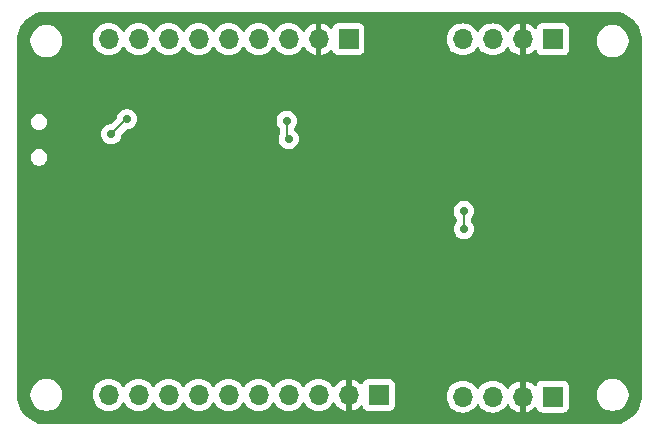
<source format=gbr>
%TF.GenerationSoftware,KiCad,Pcbnew,8.0.5*%
%TF.CreationDate,2024-10-20T15:16:03+03:00*%
%TF.ProjectId,FirstTrace,46697273-7454-4726-9163-652e6b696361,rev?*%
%TF.SameCoordinates,Original*%
%TF.FileFunction,Copper,L2,Bot*%
%TF.FilePolarity,Positive*%
%FSLAX46Y46*%
G04 Gerber Fmt 4.6, Leading zero omitted, Abs format (unit mm)*
G04 Created by KiCad (PCBNEW 8.0.5) date 2024-10-20 15:16:03*
%MOMM*%
%LPD*%
G01*
G04 APERTURE LIST*
%TA.AperFunction,ComponentPad*%
%ADD10R,1.700000X1.700000*%
%TD*%
%TA.AperFunction,ComponentPad*%
%ADD11O,1.700000X1.700000*%
%TD*%
%TA.AperFunction,ViaPad*%
%ADD12C,0.700000*%
%TD*%
%TA.AperFunction,Conductor*%
%ADD13C,0.200000*%
%TD*%
G04 APERTURE END LIST*
D10*
%TO.P,J3,1,Pin_1*%
%TO.N,+3.3V*%
X162060000Y-84720000D03*
D11*
%TO.P,J3,2,Pin_2*%
%TO.N,GND*%
X159520000Y-84720000D03*
%TO.P,J3,3,Pin_3*%
%TO.N,PB3*%
X156980000Y-84720000D03*
%TO.P,J3,4,Pin_4*%
%TO.N,PB4*%
X154440000Y-84720000D03*
%TO.P,J3,5,Pin_5*%
%TO.N,PB5*%
X151900000Y-84720000D03*
%TO.P,J3,6,Pin_6*%
%TO.N,PB6*%
X149360000Y-84720000D03*
%TO.P,J3,7,Pin_7*%
%TO.N,PB7*%
X146820000Y-84720000D03*
%TO.P,J3,8,Pin_8*%
%TO.N,PB8*%
X144280000Y-84720000D03*
%TO.P,J3,9,Pin_9*%
%TO.N,PB9*%
X141740000Y-84720000D03*
%TD*%
D10*
%TO.P,J4,1,Pin_1*%
%TO.N,+3.3V*%
X179350000Y-114980000D03*
D11*
%TO.P,J4,2,Pin_2*%
%TO.N,GND*%
X176810000Y-114980000D03*
%TO.P,J4,3,Pin_3*%
%TO.N,PB11*%
X174270000Y-114980000D03*
%TO.P,J4,4,Pin_4*%
%TO.N,PB10*%
X171730000Y-114980000D03*
%TD*%
D10*
%TO.P,J2,1,Pin_1*%
%TO.N,+3.3V*%
X179350000Y-84730000D03*
D11*
%TO.P,J2,2,Pin_2*%
%TO.N,GND*%
X176810000Y-84730000D03*
%TO.P,J2,3,Pin_3*%
%TO.N,SWDIO*%
X174270000Y-84730000D03*
%TO.P,J2,4,Pin_4*%
%TO.N,SWCLK*%
X171730000Y-84730000D03*
%TD*%
D10*
%TO.P,J5,1,Pin_1*%
%TO.N,+3.3V*%
X164610000Y-114830000D03*
D11*
%TO.P,J5,2,Pin_2*%
%TO.N,GND*%
X162070000Y-114830000D03*
%TO.P,J5,3,Pin_3*%
%TO.N,PB2*%
X159530000Y-114830000D03*
%TO.P,J5,4,Pin_4*%
%TO.N,PB1*%
X156990000Y-114830000D03*
%TO.P,J5,5,Pin_5*%
%TO.N,PB0*%
X154450000Y-114830000D03*
%TO.P,J5,6,Pin_6*%
%TO.N,PA7*%
X151910000Y-114830000D03*
%TO.P,J5,7,Pin_7*%
%TO.N,PA6*%
X149370000Y-114830000D03*
%TO.P,J5,8,Pin_8*%
%TO.N,PA5*%
X146830000Y-114830000D03*
%TO.P,J5,9,Pin_9*%
%TO.N,PA4*%
X144290000Y-114830000D03*
%TO.P,J5,10,Pin_10*%
%TO.N,PA3*%
X141750000Y-114830000D03*
%TD*%
D12*
%TO.N,GND*%
X179440000Y-106400000D03*
X179360000Y-102770000D03*
X180020000Y-97680000D03*
X153580000Y-102810000D03*
X179340000Y-102040000D03*
X163340000Y-109020000D03*
X152310000Y-96540000D03*
X164930000Y-97320000D03*
X177440380Y-99209620D03*
X154110000Y-101780000D03*
X155430000Y-97800000D03*
X164590000Y-102240000D03*
X150630000Y-102050000D03*
X139250000Y-90970000D03*
X178660000Y-106410000D03*
X182880000Y-106110000D03*
X155430000Y-106310000D03*
X159670000Y-100300000D03*
X160370000Y-96880000D03*
X155860000Y-102560000D03*
X154070000Y-96820000D03*
%TO.N,/BOOT0*%
X141980000Y-92770000D03*
X156820000Y-91640000D03*
X156990000Y-93170000D03*
X143280000Y-91490000D03*
%TO.N,+5V*%
X171810000Y-99270000D03*
X171820000Y-100820000D03*
%TD*%
D13*
%TO.N,/BOOT0*%
X143260000Y-91490000D02*
X141980000Y-92770000D01*
X156820000Y-91640000D02*
X156820000Y-93000000D01*
X156820000Y-93000000D02*
X156990000Y-93170000D01*
X143280000Y-91490000D02*
X143260000Y-91490000D01*
%TO.N,+5V*%
X171820000Y-99280000D02*
X171810000Y-99270000D01*
X171820000Y-100820000D02*
X171820000Y-99280000D01*
%TD*%
%TA.AperFunction,Conductor*%
%TO.N,GND*%
G36*
X184423736Y-82380726D02*
G01*
X184713796Y-82398271D01*
X184728659Y-82400076D01*
X185010798Y-82451780D01*
X185025335Y-82455363D01*
X185299172Y-82540695D01*
X185313163Y-82546000D01*
X185574743Y-82663727D01*
X185587989Y-82670680D01*
X185833465Y-82819075D01*
X185845776Y-82827573D01*
X186071573Y-83004473D01*
X186082781Y-83014403D01*
X186285596Y-83217218D01*
X186295526Y-83228426D01*
X186466428Y-83446567D01*
X186472422Y-83454217D01*
X186480926Y-83466537D01*
X186616924Y-83691505D01*
X186629316Y-83712004D01*
X186636275Y-83725263D01*
X186753997Y-83986831D01*
X186759306Y-84000832D01*
X186844635Y-84274663D01*
X186848219Y-84289201D01*
X186899923Y-84571340D01*
X186901728Y-84586205D01*
X186919274Y-84876263D01*
X186919500Y-84883750D01*
X186919500Y-114836249D01*
X186919274Y-114843736D01*
X186901728Y-115133794D01*
X186899923Y-115148659D01*
X186848219Y-115430798D01*
X186844635Y-115445336D01*
X186759306Y-115719167D01*
X186753997Y-115733168D01*
X186636275Y-115994736D01*
X186629316Y-116007995D01*
X186480928Y-116253459D01*
X186472422Y-116265782D01*
X186295526Y-116491573D01*
X186285596Y-116502781D01*
X186082781Y-116705596D01*
X186071573Y-116715526D01*
X185845782Y-116892422D01*
X185833459Y-116900928D01*
X185587995Y-117049316D01*
X185574736Y-117056275D01*
X185313168Y-117173997D01*
X185299167Y-117179306D01*
X185025336Y-117264635D01*
X185010798Y-117268219D01*
X184728659Y-117319923D01*
X184713794Y-117321728D01*
X184423736Y-117339274D01*
X184416249Y-117339500D01*
X136483751Y-117339500D01*
X136476264Y-117339274D01*
X136186205Y-117321728D01*
X136171340Y-117319923D01*
X135889201Y-117268219D01*
X135874663Y-117264635D01*
X135600832Y-117179306D01*
X135586831Y-117173997D01*
X135325263Y-117056275D01*
X135312004Y-117049316D01*
X135066540Y-116900928D01*
X135054217Y-116892422D01*
X134828426Y-116715526D01*
X134817218Y-116705596D01*
X134614403Y-116502781D01*
X134604473Y-116491573D01*
X134427573Y-116265776D01*
X134419075Y-116253465D01*
X134270680Y-116007989D01*
X134263727Y-115994743D01*
X134146000Y-115733163D01*
X134140693Y-115719167D01*
X134135157Y-115701402D01*
X134055363Y-115445335D01*
X134051780Y-115430798D01*
X134025429Y-115287007D01*
X134000075Y-115148657D01*
X133998271Y-115133794D01*
X133994134Y-115065408D01*
X133980726Y-114843736D01*
X133980500Y-114836249D01*
X133980500Y-114733713D01*
X135129500Y-114733713D01*
X135129500Y-114946287D01*
X135134840Y-114980000D01*
X135161552Y-115148659D01*
X135162754Y-115156243D01*
X135219211Y-115330000D01*
X135228444Y-115358414D01*
X135324951Y-115547820D01*
X135449890Y-115719786D01*
X135600213Y-115870109D01*
X135772179Y-115995048D01*
X135772181Y-115995049D01*
X135772184Y-115995051D01*
X135961588Y-116091557D01*
X136163757Y-116157246D01*
X136373713Y-116190500D01*
X136373714Y-116190500D01*
X136586286Y-116190500D01*
X136586287Y-116190500D01*
X136796243Y-116157246D01*
X136998412Y-116091557D01*
X137187816Y-115995051D01*
X137267052Y-115937483D01*
X137359786Y-115870109D01*
X137359788Y-115870106D01*
X137359792Y-115870104D01*
X137510104Y-115719792D01*
X137510106Y-115719788D01*
X137510109Y-115719786D01*
X137635048Y-115547820D01*
X137635047Y-115547820D01*
X137635051Y-115547816D01*
X137731557Y-115358412D01*
X137797246Y-115156243D01*
X137830500Y-114946287D01*
X137830500Y-114829999D01*
X140394341Y-114829999D01*
X140394341Y-114830000D01*
X140414936Y-115065403D01*
X140414938Y-115065413D01*
X140476094Y-115293655D01*
X140476096Y-115293659D01*
X140476097Y-115293663D01*
X140556004Y-115465023D01*
X140575965Y-115507830D01*
X140575967Y-115507834D01*
X140603966Y-115547820D01*
X140711505Y-115701401D01*
X140878599Y-115868495D01*
X140975384Y-115936265D01*
X141072165Y-116004032D01*
X141072167Y-116004033D01*
X141072170Y-116004035D01*
X141286337Y-116103903D01*
X141514592Y-116165063D01*
X141691034Y-116180500D01*
X141749999Y-116185659D01*
X141750000Y-116185659D01*
X141750001Y-116185659D01*
X141808966Y-116180500D01*
X141985408Y-116165063D01*
X142213663Y-116103903D01*
X142427830Y-116004035D01*
X142621401Y-115868495D01*
X142788495Y-115701401D01*
X142918425Y-115515842D01*
X142973002Y-115472217D01*
X143042500Y-115465023D01*
X143104855Y-115496546D01*
X143121575Y-115515842D01*
X143251500Y-115701395D01*
X143251505Y-115701401D01*
X143418599Y-115868495D01*
X143515384Y-115936265D01*
X143612165Y-116004032D01*
X143612167Y-116004033D01*
X143612170Y-116004035D01*
X143826337Y-116103903D01*
X144054592Y-116165063D01*
X144231034Y-116180500D01*
X144289999Y-116185659D01*
X144290000Y-116185659D01*
X144290001Y-116185659D01*
X144348966Y-116180500D01*
X144525408Y-116165063D01*
X144753663Y-116103903D01*
X144967830Y-116004035D01*
X145161401Y-115868495D01*
X145328495Y-115701401D01*
X145458425Y-115515842D01*
X145513002Y-115472217D01*
X145582500Y-115465023D01*
X145644855Y-115496546D01*
X145661575Y-115515842D01*
X145791500Y-115701395D01*
X145791505Y-115701401D01*
X145958599Y-115868495D01*
X146055384Y-115936265D01*
X146152165Y-116004032D01*
X146152167Y-116004033D01*
X146152170Y-116004035D01*
X146366337Y-116103903D01*
X146594592Y-116165063D01*
X146771034Y-116180500D01*
X146829999Y-116185659D01*
X146830000Y-116185659D01*
X146830001Y-116185659D01*
X146888966Y-116180500D01*
X147065408Y-116165063D01*
X147293663Y-116103903D01*
X147507830Y-116004035D01*
X147701401Y-115868495D01*
X147868495Y-115701401D01*
X147998425Y-115515842D01*
X148053002Y-115472217D01*
X148122500Y-115465023D01*
X148184855Y-115496546D01*
X148201575Y-115515842D01*
X148331500Y-115701395D01*
X148331505Y-115701401D01*
X148498599Y-115868495D01*
X148595384Y-115936265D01*
X148692165Y-116004032D01*
X148692167Y-116004033D01*
X148692170Y-116004035D01*
X148906337Y-116103903D01*
X149134592Y-116165063D01*
X149311034Y-116180500D01*
X149369999Y-116185659D01*
X149370000Y-116185659D01*
X149370001Y-116185659D01*
X149428966Y-116180500D01*
X149605408Y-116165063D01*
X149833663Y-116103903D01*
X150047830Y-116004035D01*
X150241401Y-115868495D01*
X150408495Y-115701401D01*
X150538425Y-115515842D01*
X150593002Y-115472217D01*
X150662500Y-115465023D01*
X150724855Y-115496546D01*
X150741575Y-115515842D01*
X150871500Y-115701395D01*
X150871505Y-115701401D01*
X151038599Y-115868495D01*
X151135384Y-115936265D01*
X151232165Y-116004032D01*
X151232167Y-116004033D01*
X151232170Y-116004035D01*
X151446337Y-116103903D01*
X151674592Y-116165063D01*
X151851034Y-116180500D01*
X151909999Y-116185659D01*
X151910000Y-116185659D01*
X151910001Y-116185659D01*
X151968966Y-116180500D01*
X152145408Y-116165063D01*
X152373663Y-116103903D01*
X152587830Y-116004035D01*
X152781401Y-115868495D01*
X152948495Y-115701401D01*
X153078425Y-115515842D01*
X153133002Y-115472217D01*
X153202500Y-115465023D01*
X153264855Y-115496546D01*
X153281575Y-115515842D01*
X153411500Y-115701395D01*
X153411505Y-115701401D01*
X153578599Y-115868495D01*
X153675384Y-115936265D01*
X153772165Y-116004032D01*
X153772167Y-116004033D01*
X153772170Y-116004035D01*
X153986337Y-116103903D01*
X154214592Y-116165063D01*
X154391034Y-116180500D01*
X154449999Y-116185659D01*
X154450000Y-116185659D01*
X154450001Y-116185659D01*
X154508966Y-116180500D01*
X154685408Y-116165063D01*
X154913663Y-116103903D01*
X155127830Y-116004035D01*
X155321401Y-115868495D01*
X155488495Y-115701401D01*
X155618425Y-115515842D01*
X155673002Y-115472217D01*
X155742500Y-115465023D01*
X155804855Y-115496546D01*
X155821575Y-115515842D01*
X155951500Y-115701395D01*
X155951505Y-115701401D01*
X156118599Y-115868495D01*
X156215384Y-115936265D01*
X156312165Y-116004032D01*
X156312167Y-116004033D01*
X156312170Y-116004035D01*
X156526337Y-116103903D01*
X156754592Y-116165063D01*
X156931034Y-116180500D01*
X156989999Y-116185659D01*
X156990000Y-116185659D01*
X156990001Y-116185659D01*
X157048966Y-116180500D01*
X157225408Y-116165063D01*
X157453663Y-116103903D01*
X157667830Y-116004035D01*
X157861401Y-115868495D01*
X158028495Y-115701401D01*
X158158425Y-115515842D01*
X158213002Y-115472217D01*
X158282500Y-115465023D01*
X158344855Y-115496546D01*
X158361575Y-115515842D01*
X158491500Y-115701395D01*
X158491505Y-115701401D01*
X158658599Y-115868495D01*
X158755384Y-115936265D01*
X158852165Y-116004032D01*
X158852167Y-116004033D01*
X158852170Y-116004035D01*
X159066337Y-116103903D01*
X159294592Y-116165063D01*
X159471034Y-116180500D01*
X159529999Y-116185659D01*
X159530000Y-116185659D01*
X159530001Y-116185659D01*
X159588966Y-116180500D01*
X159765408Y-116165063D01*
X159993663Y-116103903D01*
X160207830Y-116004035D01*
X160401401Y-115868495D01*
X160568495Y-115701401D01*
X160698730Y-115515405D01*
X160753307Y-115471781D01*
X160822805Y-115464587D01*
X160885160Y-115496110D01*
X160901879Y-115515405D01*
X161031890Y-115701078D01*
X161198917Y-115868105D01*
X161392421Y-116003600D01*
X161606507Y-116103429D01*
X161606516Y-116103433D01*
X161820000Y-116160634D01*
X161820000Y-115263012D01*
X161877007Y-115295925D01*
X162004174Y-115330000D01*
X162135826Y-115330000D01*
X162262993Y-115295925D01*
X162320000Y-115263012D01*
X162320000Y-116160633D01*
X162533483Y-116103433D01*
X162533492Y-116103429D01*
X162747578Y-116003600D01*
X162941078Y-115868108D01*
X163063133Y-115746053D01*
X163124456Y-115712568D01*
X163194148Y-115717552D01*
X163250082Y-115759423D01*
X163266997Y-115790401D01*
X163316202Y-115922328D01*
X163316206Y-115922335D01*
X163402452Y-116037544D01*
X163402455Y-116037547D01*
X163517664Y-116123793D01*
X163517671Y-116123797D01*
X163652517Y-116174091D01*
X163652516Y-116174091D01*
X163659444Y-116174835D01*
X163712127Y-116180500D01*
X165507872Y-116180499D01*
X165567483Y-116174091D01*
X165702331Y-116123796D01*
X165817546Y-116037546D01*
X165903796Y-115922331D01*
X165954091Y-115787483D01*
X165960500Y-115727873D01*
X165960500Y-114979999D01*
X170374341Y-114979999D01*
X170374341Y-114980000D01*
X170394936Y-115215403D01*
X170394938Y-115215413D01*
X170456094Y-115443655D01*
X170456096Y-115443659D01*
X170456097Y-115443663D01*
X170536004Y-115615023D01*
X170555965Y-115657830D01*
X170555967Y-115657834D01*
X170608717Y-115733168D01*
X170691505Y-115851401D01*
X170858599Y-116018495D01*
X170955384Y-116086265D01*
X171052165Y-116154032D01*
X171052167Y-116154033D01*
X171052170Y-116154035D01*
X171266337Y-116253903D01*
X171266343Y-116253904D01*
X171266344Y-116253905D01*
X171321285Y-116268626D01*
X171494592Y-116315063D01*
X171671034Y-116330500D01*
X171729999Y-116335659D01*
X171730000Y-116335659D01*
X171730001Y-116335659D01*
X171788966Y-116330500D01*
X171965408Y-116315063D01*
X172193663Y-116253903D01*
X172407830Y-116154035D01*
X172601401Y-116018495D01*
X172768495Y-115851401D01*
X172898425Y-115665842D01*
X172953002Y-115622217D01*
X173022500Y-115615023D01*
X173084855Y-115646546D01*
X173101575Y-115665842D01*
X173231500Y-115851395D01*
X173231505Y-115851401D01*
X173398599Y-116018495D01*
X173495384Y-116086265D01*
X173592165Y-116154032D01*
X173592167Y-116154033D01*
X173592170Y-116154035D01*
X173806337Y-116253903D01*
X173806343Y-116253904D01*
X173806344Y-116253905D01*
X173861285Y-116268626D01*
X174034592Y-116315063D01*
X174211034Y-116330500D01*
X174269999Y-116335659D01*
X174270000Y-116335659D01*
X174270001Y-116335659D01*
X174328966Y-116330500D01*
X174505408Y-116315063D01*
X174733663Y-116253903D01*
X174947830Y-116154035D01*
X175141401Y-116018495D01*
X175308495Y-115851401D01*
X175438730Y-115665405D01*
X175493307Y-115621781D01*
X175562805Y-115614587D01*
X175625160Y-115646110D01*
X175641879Y-115665405D01*
X175771890Y-115851078D01*
X175938917Y-116018105D01*
X176132421Y-116153600D01*
X176346507Y-116253429D01*
X176346516Y-116253433D01*
X176560000Y-116310634D01*
X176560000Y-115413012D01*
X176617007Y-115445925D01*
X176744174Y-115480000D01*
X176875826Y-115480000D01*
X177002993Y-115445925D01*
X177060000Y-115413012D01*
X177060000Y-116310633D01*
X177273483Y-116253433D01*
X177273492Y-116253429D01*
X177487578Y-116153600D01*
X177681078Y-116018108D01*
X177803133Y-115896053D01*
X177864456Y-115862568D01*
X177934148Y-115867552D01*
X177990082Y-115909423D01*
X178006997Y-115940401D01*
X178056202Y-116072328D01*
X178056206Y-116072335D01*
X178142452Y-116187544D01*
X178142455Y-116187547D01*
X178257664Y-116273793D01*
X178257671Y-116273797D01*
X178392517Y-116324091D01*
X178392516Y-116324091D01*
X178399444Y-116324835D01*
X178452127Y-116330500D01*
X180247872Y-116330499D01*
X180307483Y-116324091D01*
X180442331Y-116273796D01*
X180557546Y-116187546D01*
X180643796Y-116072331D01*
X180694091Y-115937483D01*
X180700500Y-115877873D01*
X180700499Y-114733713D01*
X183069500Y-114733713D01*
X183069500Y-114946287D01*
X183074840Y-114980000D01*
X183101552Y-115148659D01*
X183102754Y-115156243D01*
X183159211Y-115330000D01*
X183168444Y-115358414D01*
X183264951Y-115547820D01*
X183389890Y-115719786D01*
X183540213Y-115870109D01*
X183712179Y-115995048D01*
X183712181Y-115995049D01*
X183712184Y-115995051D01*
X183901588Y-116091557D01*
X184103757Y-116157246D01*
X184313713Y-116190500D01*
X184313714Y-116190500D01*
X184526286Y-116190500D01*
X184526287Y-116190500D01*
X184736243Y-116157246D01*
X184938412Y-116091557D01*
X185127816Y-115995051D01*
X185207052Y-115937483D01*
X185299786Y-115870109D01*
X185299788Y-115870106D01*
X185299792Y-115870104D01*
X185450104Y-115719792D01*
X185450106Y-115719788D01*
X185450109Y-115719786D01*
X185575048Y-115547820D01*
X185575047Y-115547820D01*
X185575051Y-115547816D01*
X185671557Y-115358412D01*
X185737246Y-115156243D01*
X185770500Y-114946287D01*
X185770500Y-114733713D01*
X185737246Y-114523757D01*
X185671557Y-114321588D01*
X185575051Y-114132184D01*
X185575049Y-114132181D01*
X185575048Y-114132179D01*
X185450109Y-113960213D01*
X185299786Y-113809890D01*
X185127820Y-113684951D01*
X184938414Y-113588444D01*
X184938413Y-113588443D01*
X184938412Y-113588443D01*
X184736243Y-113522754D01*
X184736241Y-113522753D01*
X184736240Y-113522753D01*
X184560621Y-113494938D01*
X184526287Y-113489500D01*
X184313713Y-113489500D01*
X184279379Y-113494938D01*
X184103760Y-113522753D01*
X183901585Y-113588444D01*
X183712179Y-113684951D01*
X183540213Y-113809890D01*
X183389890Y-113960213D01*
X183264951Y-114132179D01*
X183168444Y-114321585D01*
X183102753Y-114523760D01*
X183091534Y-114594596D01*
X183069500Y-114733713D01*
X180700499Y-114733713D01*
X180700499Y-114082128D01*
X180694091Y-114022517D01*
X180693002Y-114019598D01*
X180643797Y-113887671D01*
X180643793Y-113887664D01*
X180557547Y-113772455D01*
X180557544Y-113772452D01*
X180442335Y-113686206D01*
X180442328Y-113686202D01*
X180307482Y-113635908D01*
X180307483Y-113635908D01*
X180247883Y-113629501D01*
X180247881Y-113629500D01*
X180247873Y-113629500D01*
X180247864Y-113629500D01*
X178452129Y-113629500D01*
X178452123Y-113629501D01*
X178392516Y-113635908D01*
X178257671Y-113686202D01*
X178257664Y-113686206D01*
X178142455Y-113772452D01*
X178142452Y-113772455D01*
X178056206Y-113887664D01*
X178056202Y-113887671D01*
X178006997Y-114019598D01*
X177965126Y-114075532D01*
X177899661Y-114099949D01*
X177831388Y-114085097D01*
X177803134Y-114063946D01*
X177681082Y-113941894D01*
X177487578Y-113806399D01*
X177273492Y-113706570D01*
X177273486Y-113706567D01*
X177060000Y-113649364D01*
X177060000Y-114546988D01*
X177002993Y-114514075D01*
X176875826Y-114480000D01*
X176744174Y-114480000D01*
X176617007Y-114514075D01*
X176560000Y-114546988D01*
X176560000Y-113649364D01*
X176559999Y-113649364D01*
X176346513Y-113706567D01*
X176346507Y-113706570D01*
X176132422Y-113806399D01*
X176132420Y-113806400D01*
X175938926Y-113941886D01*
X175938920Y-113941891D01*
X175771891Y-114108920D01*
X175771890Y-114108922D01*
X175641880Y-114294595D01*
X175587303Y-114338219D01*
X175517804Y-114345412D01*
X175455450Y-114313890D01*
X175438730Y-114294594D01*
X175308494Y-114108597D01*
X175141402Y-113941506D01*
X175141395Y-113941501D01*
X174947834Y-113805967D01*
X174947830Y-113805965D01*
X174917648Y-113791891D01*
X174733663Y-113706097D01*
X174733659Y-113706096D01*
X174733655Y-113706094D01*
X174505413Y-113644938D01*
X174505403Y-113644936D01*
X174270001Y-113624341D01*
X174269999Y-113624341D01*
X174034596Y-113644936D01*
X174034586Y-113644938D01*
X173806344Y-113706094D01*
X173806335Y-113706098D01*
X173592171Y-113805964D01*
X173592169Y-113805965D01*
X173398597Y-113941505D01*
X173231505Y-114108597D01*
X173101575Y-114294158D01*
X173046998Y-114337783D01*
X172977500Y-114344977D01*
X172915145Y-114313454D01*
X172898425Y-114294158D01*
X172768494Y-114108597D01*
X172601402Y-113941506D01*
X172601395Y-113941501D01*
X172407834Y-113805967D01*
X172407830Y-113805965D01*
X172377648Y-113791891D01*
X172193663Y-113706097D01*
X172193659Y-113706096D01*
X172193655Y-113706094D01*
X171965413Y-113644938D01*
X171965403Y-113644936D01*
X171730001Y-113624341D01*
X171729999Y-113624341D01*
X171494596Y-113644936D01*
X171494586Y-113644938D01*
X171266344Y-113706094D01*
X171266335Y-113706098D01*
X171052171Y-113805964D01*
X171052169Y-113805965D01*
X170858597Y-113941505D01*
X170691505Y-114108597D01*
X170555965Y-114302169D01*
X170555964Y-114302171D01*
X170456098Y-114516335D01*
X170456094Y-114516344D01*
X170394938Y-114744586D01*
X170394936Y-114744596D01*
X170374341Y-114979999D01*
X165960500Y-114979999D01*
X165960499Y-113932128D01*
X165954091Y-113872517D01*
X165953002Y-113869598D01*
X165903797Y-113737671D01*
X165903793Y-113737664D01*
X165817547Y-113622455D01*
X165817544Y-113622452D01*
X165702335Y-113536206D01*
X165702328Y-113536202D01*
X165567482Y-113485908D01*
X165567483Y-113485908D01*
X165507883Y-113479501D01*
X165507881Y-113479500D01*
X165507873Y-113479500D01*
X165507864Y-113479500D01*
X163712129Y-113479500D01*
X163712123Y-113479501D01*
X163652516Y-113485908D01*
X163517671Y-113536202D01*
X163517664Y-113536206D01*
X163402455Y-113622452D01*
X163402452Y-113622455D01*
X163316206Y-113737664D01*
X163316202Y-113737671D01*
X163266997Y-113869598D01*
X163225126Y-113925532D01*
X163159661Y-113949949D01*
X163091388Y-113935097D01*
X163063134Y-113913946D01*
X162941082Y-113791894D01*
X162747578Y-113656399D01*
X162533492Y-113556570D01*
X162533486Y-113556567D01*
X162320000Y-113499364D01*
X162320000Y-114396988D01*
X162262993Y-114364075D01*
X162135826Y-114330000D01*
X162004174Y-114330000D01*
X161877007Y-114364075D01*
X161820000Y-114396988D01*
X161820000Y-113499364D01*
X161819999Y-113499364D01*
X161606513Y-113556567D01*
X161606507Y-113556570D01*
X161392422Y-113656399D01*
X161392420Y-113656400D01*
X161198926Y-113791886D01*
X161198920Y-113791891D01*
X161031891Y-113958920D01*
X161031890Y-113958922D01*
X160901880Y-114144595D01*
X160847303Y-114188219D01*
X160777804Y-114195412D01*
X160715450Y-114163890D01*
X160698730Y-114144594D01*
X160568494Y-113958597D01*
X160401402Y-113791506D01*
X160401395Y-113791501D01*
X160374190Y-113772452D01*
X160324518Y-113737671D01*
X160207834Y-113655967D01*
X160207830Y-113655965D01*
X160193674Y-113649364D01*
X159993663Y-113556097D01*
X159993659Y-113556096D01*
X159993655Y-113556094D01*
X159765413Y-113494938D01*
X159765403Y-113494936D01*
X159530001Y-113474341D01*
X159529999Y-113474341D01*
X159294596Y-113494936D01*
X159294586Y-113494938D01*
X159066344Y-113556094D01*
X159066335Y-113556098D01*
X158852171Y-113655964D01*
X158852169Y-113655965D01*
X158658597Y-113791505D01*
X158491505Y-113958597D01*
X158361575Y-114144158D01*
X158306998Y-114187783D01*
X158237500Y-114194977D01*
X158175145Y-114163454D01*
X158158425Y-114144158D01*
X158028494Y-113958597D01*
X157861402Y-113791506D01*
X157861395Y-113791501D01*
X157834190Y-113772452D01*
X157784518Y-113737671D01*
X157667834Y-113655967D01*
X157667830Y-113655965D01*
X157653674Y-113649364D01*
X157453663Y-113556097D01*
X157453659Y-113556096D01*
X157453655Y-113556094D01*
X157225413Y-113494938D01*
X157225403Y-113494936D01*
X156990001Y-113474341D01*
X156989999Y-113474341D01*
X156754596Y-113494936D01*
X156754586Y-113494938D01*
X156526344Y-113556094D01*
X156526335Y-113556098D01*
X156312171Y-113655964D01*
X156312169Y-113655965D01*
X156118597Y-113791505D01*
X155951505Y-113958597D01*
X155821575Y-114144158D01*
X155766998Y-114187783D01*
X155697500Y-114194977D01*
X155635145Y-114163454D01*
X155618425Y-114144158D01*
X155488494Y-113958597D01*
X155321402Y-113791506D01*
X155321395Y-113791501D01*
X155294190Y-113772452D01*
X155244518Y-113737671D01*
X155127834Y-113655967D01*
X155127830Y-113655965D01*
X155113674Y-113649364D01*
X154913663Y-113556097D01*
X154913659Y-113556096D01*
X154913655Y-113556094D01*
X154685413Y-113494938D01*
X154685403Y-113494936D01*
X154450001Y-113474341D01*
X154449999Y-113474341D01*
X154214596Y-113494936D01*
X154214586Y-113494938D01*
X153986344Y-113556094D01*
X153986335Y-113556098D01*
X153772171Y-113655964D01*
X153772169Y-113655965D01*
X153578597Y-113791505D01*
X153411505Y-113958597D01*
X153281575Y-114144158D01*
X153226998Y-114187783D01*
X153157500Y-114194977D01*
X153095145Y-114163454D01*
X153078425Y-114144158D01*
X152948494Y-113958597D01*
X152781402Y-113791506D01*
X152781395Y-113791501D01*
X152754190Y-113772452D01*
X152704518Y-113737671D01*
X152587834Y-113655967D01*
X152587830Y-113655965D01*
X152573674Y-113649364D01*
X152373663Y-113556097D01*
X152373659Y-113556096D01*
X152373655Y-113556094D01*
X152145413Y-113494938D01*
X152145403Y-113494936D01*
X151910001Y-113474341D01*
X151909999Y-113474341D01*
X151674596Y-113494936D01*
X151674586Y-113494938D01*
X151446344Y-113556094D01*
X151446335Y-113556098D01*
X151232171Y-113655964D01*
X151232169Y-113655965D01*
X151038597Y-113791505D01*
X150871505Y-113958597D01*
X150741575Y-114144158D01*
X150686998Y-114187783D01*
X150617500Y-114194977D01*
X150555145Y-114163454D01*
X150538425Y-114144158D01*
X150408494Y-113958597D01*
X150241402Y-113791506D01*
X150241395Y-113791501D01*
X150214190Y-113772452D01*
X150164518Y-113737671D01*
X150047834Y-113655967D01*
X150047830Y-113655965D01*
X150033674Y-113649364D01*
X149833663Y-113556097D01*
X149833659Y-113556096D01*
X149833655Y-113556094D01*
X149605413Y-113494938D01*
X149605403Y-113494936D01*
X149370001Y-113474341D01*
X149369999Y-113474341D01*
X149134596Y-113494936D01*
X149134586Y-113494938D01*
X148906344Y-113556094D01*
X148906335Y-113556098D01*
X148692171Y-113655964D01*
X148692169Y-113655965D01*
X148498597Y-113791505D01*
X148331505Y-113958597D01*
X148201575Y-114144158D01*
X148146998Y-114187783D01*
X148077500Y-114194977D01*
X148015145Y-114163454D01*
X147998425Y-114144158D01*
X147868494Y-113958597D01*
X147701402Y-113791506D01*
X147701395Y-113791501D01*
X147674190Y-113772452D01*
X147624518Y-113737671D01*
X147507834Y-113655967D01*
X147507830Y-113655965D01*
X147493674Y-113649364D01*
X147293663Y-113556097D01*
X147293659Y-113556096D01*
X147293655Y-113556094D01*
X147065413Y-113494938D01*
X147065403Y-113494936D01*
X146830001Y-113474341D01*
X146829999Y-113474341D01*
X146594596Y-113494936D01*
X146594586Y-113494938D01*
X146366344Y-113556094D01*
X146366335Y-113556098D01*
X146152171Y-113655964D01*
X146152169Y-113655965D01*
X145958597Y-113791505D01*
X145791505Y-113958597D01*
X145661575Y-114144158D01*
X145606998Y-114187783D01*
X145537500Y-114194977D01*
X145475145Y-114163454D01*
X145458425Y-114144158D01*
X145328494Y-113958597D01*
X145161402Y-113791506D01*
X145161395Y-113791501D01*
X145134190Y-113772452D01*
X145084518Y-113737671D01*
X144967834Y-113655967D01*
X144967830Y-113655965D01*
X144953674Y-113649364D01*
X144753663Y-113556097D01*
X144753659Y-113556096D01*
X144753655Y-113556094D01*
X144525413Y-113494938D01*
X144525403Y-113494936D01*
X144290001Y-113474341D01*
X144289999Y-113474341D01*
X144054596Y-113494936D01*
X144054586Y-113494938D01*
X143826344Y-113556094D01*
X143826335Y-113556098D01*
X143612171Y-113655964D01*
X143612169Y-113655965D01*
X143418597Y-113791505D01*
X143251505Y-113958597D01*
X143121575Y-114144158D01*
X143066998Y-114187783D01*
X142997500Y-114194977D01*
X142935145Y-114163454D01*
X142918425Y-114144158D01*
X142788494Y-113958597D01*
X142621402Y-113791506D01*
X142621395Y-113791501D01*
X142594190Y-113772452D01*
X142544518Y-113737671D01*
X142427834Y-113655967D01*
X142427830Y-113655965D01*
X142413674Y-113649364D01*
X142213663Y-113556097D01*
X142213659Y-113556096D01*
X142213655Y-113556094D01*
X141985413Y-113494938D01*
X141985403Y-113494936D01*
X141750001Y-113474341D01*
X141749999Y-113474341D01*
X141514596Y-113494936D01*
X141514586Y-113494938D01*
X141286344Y-113556094D01*
X141286335Y-113556098D01*
X141072171Y-113655964D01*
X141072169Y-113655965D01*
X140878597Y-113791505D01*
X140711505Y-113958597D01*
X140575965Y-114152169D01*
X140575964Y-114152171D01*
X140476098Y-114366335D01*
X140476094Y-114366344D01*
X140414938Y-114594586D01*
X140414936Y-114594596D01*
X140394341Y-114829999D01*
X137830500Y-114829999D01*
X137830500Y-114733713D01*
X137797246Y-114523757D01*
X137731557Y-114321588D01*
X137635051Y-114132184D01*
X137635049Y-114132181D01*
X137635048Y-114132179D01*
X137510109Y-113960213D01*
X137359786Y-113809890D01*
X137187820Y-113684951D01*
X136998414Y-113588444D01*
X136998413Y-113588443D01*
X136998412Y-113588443D01*
X136796243Y-113522754D01*
X136796241Y-113522753D01*
X136796240Y-113522753D01*
X136620621Y-113494938D01*
X136586287Y-113489500D01*
X136373713Y-113489500D01*
X136339379Y-113494938D01*
X136163760Y-113522753D01*
X135961585Y-113588444D01*
X135772179Y-113684951D01*
X135600213Y-113809890D01*
X135449890Y-113960213D01*
X135324951Y-114132179D01*
X135228444Y-114321585D01*
X135162753Y-114523760D01*
X135151534Y-114594596D01*
X135129500Y-114733713D01*
X133980500Y-114733713D01*
X133980500Y-99270000D01*
X170954815Y-99270000D01*
X170973503Y-99447805D01*
X170973504Y-99447807D01*
X171028747Y-99617829D01*
X171028750Y-99617835D01*
X171118141Y-99772665D01*
X171167650Y-99827650D01*
X171187650Y-99849862D01*
X171217880Y-99912853D01*
X171219500Y-99932834D01*
X171219500Y-100168270D01*
X171199815Y-100235309D01*
X171187650Y-100251242D01*
X171128144Y-100317329D01*
X171128139Y-100317336D01*
X171038750Y-100472164D01*
X171038747Y-100472170D01*
X170983504Y-100642192D01*
X170983503Y-100642194D01*
X170964815Y-100820000D01*
X170983503Y-100997805D01*
X170983504Y-100997807D01*
X171038747Y-101167829D01*
X171038750Y-101167835D01*
X171128141Y-101322665D01*
X171169812Y-101368946D01*
X171247764Y-101455521D01*
X171247767Y-101455523D01*
X171247770Y-101455526D01*
X171392407Y-101560612D01*
X171555733Y-101633329D01*
X171730609Y-101670500D01*
X171730610Y-101670500D01*
X171909389Y-101670500D01*
X171909391Y-101670500D01*
X172084267Y-101633329D01*
X172247593Y-101560612D01*
X172392230Y-101455526D01*
X172511859Y-101322665D01*
X172601250Y-101167835D01*
X172656497Y-100997803D01*
X172675185Y-100820000D01*
X172656497Y-100642197D01*
X172601250Y-100472165D01*
X172511859Y-100317335D01*
X172511855Y-100317329D01*
X172452350Y-100251242D01*
X172422120Y-100188250D01*
X172420500Y-100168270D01*
X172420500Y-99910622D01*
X172440185Y-99843583D01*
X172452350Y-99827650D01*
X172501859Y-99772665D01*
X172591250Y-99617835D01*
X172646497Y-99447803D01*
X172665185Y-99270000D01*
X172646497Y-99092197D01*
X172591250Y-98922165D01*
X172501859Y-98767335D01*
X172455003Y-98715296D01*
X172382235Y-98634478D01*
X172382232Y-98634476D01*
X172382231Y-98634475D01*
X172382230Y-98634474D01*
X172237593Y-98529388D01*
X172074267Y-98456671D01*
X172074265Y-98456670D01*
X171946594Y-98429533D01*
X171899391Y-98419500D01*
X171720609Y-98419500D01*
X171689954Y-98426015D01*
X171545733Y-98456670D01*
X171545728Y-98456672D01*
X171382408Y-98529387D01*
X171237768Y-98634475D01*
X171118140Y-98767336D01*
X171028750Y-98922164D01*
X171028747Y-98922170D01*
X170973504Y-99092192D01*
X170973503Y-99092194D01*
X170954815Y-99270000D01*
X133980500Y-99270000D01*
X133980500Y-94798995D01*
X135154499Y-94798995D01*
X135181418Y-94934322D01*
X135181421Y-94934332D01*
X135234221Y-95061804D01*
X135234228Y-95061817D01*
X135310885Y-95176541D01*
X135310888Y-95176545D01*
X135408454Y-95274111D01*
X135408458Y-95274114D01*
X135523182Y-95350771D01*
X135523195Y-95350778D01*
X135650667Y-95403578D01*
X135650672Y-95403580D01*
X135650676Y-95403580D01*
X135650677Y-95403581D01*
X135786004Y-95430500D01*
X135786007Y-95430500D01*
X135923995Y-95430500D01*
X136015041Y-95412389D01*
X136059328Y-95403580D01*
X136186811Y-95350775D01*
X136301542Y-95274114D01*
X136399114Y-95176542D01*
X136475775Y-95061811D01*
X136528580Y-94934328D01*
X136555500Y-94798993D01*
X136555500Y-94661007D01*
X136555500Y-94661004D01*
X136528581Y-94525677D01*
X136528580Y-94525676D01*
X136528580Y-94525672D01*
X136528578Y-94525667D01*
X136475778Y-94398195D01*
X136475771Y-94398182D01*
X136399114Y-94283458D01*
X136399111Y-94283454D01*
X136301545Y-94185888D01*
X136301541Y-94185885D01*
X136186817Y-94109228D01*
X136186804Y-94109221D01*
X136059332Y-94056421D01*
X136059322Y-94056418D01*
X135923995Y-94029500D01*
X135923993Y-94029500D01*
X135786007Y-94029500D01*
X135786005Y-94029500D01*
X135650677Y-94056418D01*
X135650667Y-94056421D01*
X135523195Y-94109221D01*
X135523182Y-94109228D01*
X135408458Y-94185885D01*
X135408454Y-94185888D01*
X135310888Y-94283454D01*
X135310885Y-94283458D01*
X135234228Y-94398182D01*
X135234221Y-94398195D01*
X135181421Y-94525667D01*
X135181418Y-94525677D01*
X135154500Y-94661004D01*
X135154500Y-94661007D01*
X135154500Y-94798993D01*
X135154500Y-94798995D01*
X135154499Y-94798995D01*
X133980500Y-94798995D01*
X133980500Y-92770000D01*
X141124815Y-92770000D01*
X141143503Y-92947805D01*
X141143504Y-92947807D01*
X141198747Y-93117829D01*
X141198750Y-93117835D01*
X141288141Y-93272665D01*
X141329812Y-93318946D01*
X141407764Y-93405521D01*
X141407767Y-93405523D01*
X141407770Y-93405526D01*
X141552407Y-93510612D01*
X141715733Y-93583329D01*
X141890609Y-93620500D01*
X141890610Y-93620500D01*
X142069389Y-93620500D01*
X142069391Y-93620500D01*
X142244267Y-93583329D01*
X142407593Y-93510612D01*
X142552230Y-93405526D01*
X142671859Y-93272665D01*
X142761250Y-93117835D01*
X142816497Y-92947803D01*
X142831294Y-92807016D01*
X142857877Y-92742405D01*
X142866923Y-92732310D01*
X143222416Y-92376819D01*
X143283739Y-92343334D01*
X143310097Y-92340500D01*
X143369389Y-92340500D01*
X143369391Y-92340500D01*
X143544267Y-92303329D01*
X143707593Y-92230612D01*
X143852230Y-92125526D01*
X143971859Y-91992665D01*
X144061250Y-91837835D01*
X144116497Y-91667803D01*
X144119419Y-91640000D01*
X155964815Y-91640000D01*
X155983503Y-91817805D01*
X155983504Y-91817807D01*
X156038747Y-91987829D01*
X156038750Y-91987835D01*
X156128141Y-92142665D01*
X156158647Y-92176545D01*
X156187650Y-92208756D01*
X156217880Y-92271747D01*
X156219500Y-92291728D01*
X156219500Y-92771663D01*
X156210123Y-92815778D01*
X156210758Y-92815985D01*
X156208797Y-92822019D01*
X156208781Y-92822096D01*
X156208749Y-92822167D01*
X156153504Y-92992192D01*
X156153503Y-92992194D01*
X156134815Y-93170000D01*
X156153503Y-93347805D01*
X156153504Y-93347807D01*
X156208747Y-93517829D01*
X156208750Y-93517835D01*
X156298141Y-93672665D01*
X156339812Y-93718946D01*
X156417764Y-93805521D01*
X156417767Y-93805523D01*
X156417770Y-93805526D01*
X156562407Y-93910612D01*
X156725733Y-93983329D01*
X156900609Y-94020500D01*
X156900610Y-94020500D01*
X157079389Y-94020500D01*
X157079391Y-94020500D01*
X157254267Y-93983329D01*
X157417593Y-93910612D01*
X157562230Y-93805526D01*
X157681859Y-93672665D01*
X157771250Y-93517835D01*
X157826497Y-93347803D01*
X157845185Y-93170000D01*
X157826497Y-92992197D01*
X157771250Y-92822165D01*
X157681859Y-92667335D01*
X157635003Y-92615296D01*
X157562235Y-92534478D01*
X157562232Y-92534476D01*
X157562231Y-92534475D01*
X157562230Y-92534474D01*
X157471613Y-92468636D01*
X157428948Y-92413306D01*
X157420500Y-92368319D01*
X157420500Y-92291728D01*
X157440185Y-92224689D01*
X157452350Y-92208756D01*
X157511859Y-92142665D01*
X157601250Y-91987835D01*
X157656497Y-91817803D01*
X157675185Y-91640000D01*
X157656497Y-91462197D01*
X157601250Y-91292165D01*
X157511859Y-91137335D01*
X157465003Y-91085296D01*
X157392235Y-91004478D01*
X157392232Y-91004476D01*
X157392231Y-91004475D01*
X157392230Y-91004474D01*
X157247593Y-90899388D01*
X157084267Y-90826671D01*
X157084265Y-90826670D01*
X156956594Y-90799533D01*
X156909391Y-90789500D01*
X156730609Y-90789500D01*
X156699954Y-90796015D01*
X156555733Y-90826670D01*
X156555728Y-90826672D01*
X156392408Y-90899387D01*
X156247768Y-91004475D01*
X156128140Y-91137336D01*
X156038750Y-91292164D01*
X156038747Y-91292170D01*
X155983504Y-91462192D01*
X155983503Y-91462194D01*
X155964815Y-91640000D01*
X144119419Y-91640000D01*
X144135185Y-91490000D01*
X144116497Y-91312197D01*
X144061250Y-91142165D01*
X143971859Y-90987335D01*
X143892672Y-90899389D01*
X143852235Y-90854478D01*
X143852232Y-90854476D01*
X143852231Y-90854475D01*
X143852230Y-90854474D01*
X143707593Y-90749388D01*
X143544267Y-90676671D01*
X143544265Y-90676670D01*
X143416594Y-90649533D01*
X143369391Y-90639500D01*
X143190609Y-90639500D01*
X143159954Y-90646015D01*
X143015733Y-90676670D01*
X143015728Y-90676672D01*
X142852408Y-90749387D01*
X142707768Y-90854475D01*
X142588140Y-90987336D01*
X142498750Y-91142164D01*
X142498747Y-91142170D01*
X142443504Y-91312192D01*
X142443504Y-91312193D01*
X142443503Y-91312197D01*
X142434465Y-91398189D01*
X142431055Y-91430630D01*
X142404470Y-91495244D01*
X142395415Y-91505348D01*
X142017584Y-91883181D01*
X141956261Y-91916666D01*
X141929903Y-91919500D01*
X141890609Y-91919500D01*
X141859954Y-91926015D01*
X141715733Y-91956670D01*
X141715728Y-91956672D01*
X141552408Y-92029387D01*
X141407768Y-92134475D01*
X141288140Y-92267336D01*
X141198750Y-92422164D01*
X141198747Y-92422170D01*
X141143504Y-92592192D01*
X141143503Y-92592194D01*
X141124815Y-92770000D01*
X133980500Y-92770000D01*
X133980500Y-91798995D01*
X135154499Y-91798995D01*
X135181418Y-91934322D01*
X135181421Y-91934332D01*
X135234221Y-92061804D01*
X135234228Y-92061817D01*
X135310885Y-92176541D01*
X135310888Y-92176545D01*
X135408454Y-92274111D01*
X135408458Y-92274114D01*
X135523182Y-92350771D01*
X135523195Y-92350778D01*
X135650667Y-92403578D01*
X135650672Y-92403580D01*
X135650676Y-92403580D01*
X135650677Y-92403581D01*
X135786004Y-92430500D01*
X135786007Y-92430500D01*
X135923995Y-92430500D01*
X136015041Y-92412389D01*
X136059328Y-92403580D01*
X136186811Y-92350775D01*
X136301542Y-92274114D01*
X136399114Y-92176542D01*
X136475775Y-92061811D01*
X136528580Y-91934328D01*
X136551758Y-91817805D01*
X136555500Y-91798995D01*
X136555500Y-91661004D01*
X136528581Y-91525677D01*
X136528580Y-91525676D01*
X136528580Y-91525672D01*
X136520162Y-91505348D01*
X136475778Y-91398195D01*
X136475771Y-91398182D01*
X136399114Y-91283458D01*
X136399111Y-91283454D01*
X136301545Y-91185888D01*
X136301541Y-91185885D01*
X136186817Y-91109228D01*
X136186804Y-91109221D01*
X136059332Y-91056421D01*
X136059322Y-91056418D01*
X135923995Y-91029500D01*
X135923993Y-91029500D01*
X135786007Y-91029500D01*
X135786005Y-91029500D01*
X135650677Y-91056418D01*
X135650667Y-91056421D01*
X135523195Y-91109221D01*
X135523182Y-91109228D01*
X135408458Y-91185885D01*
X135408454Y-91185888D01*
X135310888Y-91283454D01*
X135310885Y-91283458D01*
X135234228Y-91398182D01*
X135234221Y-91398195D01*
X135181421Y-91525667D01*
X135181418Y-91525677D01*
X135154500Y-91661004D01*
X135154500Y-91661007D01*
X135154500Y-91798993D01*
X135154500Y-91798995D01*
X135154499Y-91798995D01*
X133980500Y-91798995D01*
X133980500Y-84883750D01*
X133980726Y-84876263D01*
X133984486Y-84814108D01*
X133986929Y-84773713D01*
X135129500Y-84773713D01*
X135129500Y-84986287D01*
X135137533Y-85037007D01*
X135162703Y-85195925D01*
X135162754Y-85196243D01*
X135228255Y-85397834D01*
X135228444Y-85398414D01*
X135324951Y-85587820D01*
X135449890Y-85759786D01*
X135600213Y-85910109D01*
X135772179Y-86035048D01*
X135772181Y-86035049D01*
X135772184Y-86035051D01*
X135961588Y-86131557D01*
X136163757Y-86197246D01*
X136373713Y-86230500D01*
X136373714Y-86230500D01*
X136586286Y-86230500D01*
X136586287Y-86230500D01*
X136796243Y-86197246D01*
X136998412Y-86131557D01*
X137187816Y-86035051D01*
X137322020Y-85937547D01*
X137359786Y-85910109D01*
X137359788Y-85910106D01*
X137359792Y-85910104D01*
X137510104Y-85759792D01*
X137510106Y-85759788D01*
X137510109Y-85759786D01*
X137635048Y-85587820D01*
X137635047Y-85587820D01*
X137635051Y-85587816D01*
X137731557Y-85398412D01*
X137797246Y-85196243D01*
X137830500Y-84986287D01*
X137830500Y-84773713D01*
X137821992Y-84719999D01*
X140384341Y-84719999D01*
X140384341Y-84720000D01*
X140404936Y-84955403D01*
X140404938Y-84955413D01*
X140466094Y-85183655D01*
X140466096Y-85183659D01*
X140466097Y-85183663D01*
X140550667Y-85365023D01*
X140565965Y-85397830D01*
X140565967Y-85397834D01*
X140674281Y-85552521D01*
X140701505Y-85591401D01*
X140868599Y-85758495D01*
X140959762Y-85822328D01*
X141062165Y-85894032D01*
X141062167Y-85894033D01*
X141062170Y-85894035D01*
X141276337Y-85993903D01*
X141504592Y-86055063D01*
X141681034Y-86070500D01*
X141739999Y-86075659D01*
X141740000Y-86075659D01*
X141740001Y-86075659D01*
X141798966Y-86070500D01*
X141975408Y-86055063D01*
X142203663Y-85993903D01*
X142417830Y-85894035D01*
X142611401Y-85758495D01*
X142778495Y-85591401D01*
X142908425Y-85405842D01*
X142963002Y-85362217D01*
X143032500Y-85355023D01*
X143094855Y-85386546D01*
X143111575Y-85405842D01*
X143241500Y-85591395D01*
X143241505Y-85591401D01*
X143408599Y-85758495D01*
X143499762Y-85822328D01*
X143602165Y-85894032D01*
X143602167Y-85894033D01*
X143602170Y-85894035D01*
X143816337Y-85993903D01*
X144044592Y-86055063D01*
X144221034Y-86070500D01*
X144279999Y-86075659D01*
X144280000Y-86075659D01*
X144280001Y-86075659D01*
X144338966Y-86070500D01*
X144515408Y-86055063D01*
X144743663Y-85993903D01*
X144957830Y-85894035D01*
X145151401Y-85758495D01*
X145318495Y-85591401D01*
X145448425Y-85405842D01*
X145503002Y-85362217D01*
X145572500Y-85355023D01*
X145634855Y-85386546D01*
X145651575Y-85405842D01*
X145781500Y-85591395D01*
X145781505Y-85591401D01*
X145948599Y-85758495D01*
X146039762Y-85822328D01*
X146142165Y-85894032D01*
X146142167Y-85894033D01*
X146142170Y-85894035D01*
X146356337Y-85993903D01*
X146584592Y-86055063D01*
X146761034Y-86070500D01*
X146819999Y-86075659D01*
X146820000Y-86075659D01*
X146820001Y-86075659D01*
X146878966Y-86070500D01*
X147055408Y-86055063D01*
X147283663Y-85993903D01*
X147497830Y-85894035D01*
X147691401Y-85758495D01*
X147858495Y-85591401D01*
X147988425Y-85405842D01*
X148043002Y-85362217D01*
X148112500Y-85355023D01*
X148174855Y-85386546D01*
X148191575Y-85405842D01*
X148321500Y-85591395D01*
X148321505Y-85591401D01*
X148488599Y-85758495D01*
X148579762Y-85822328D01*
X148682165Y-85894032D01*
X148682167Y-85894033D01*
X148682170Y-85894035D01*
X148896337Y-85993903D01*
X149124592Y-86055063D01*
X149301034Y-86070500D01*
X149359999Y-86075659D01*
X149360000Y-86075659D01*
X149360001Y-86075659D01*
X149418966Y-86070500D01*
X149595408Y-86055063D01*
X149823663Y-85993903D01*
X150037830Y-85894035D01*
X150231401Y-85758495D01*
X150398495Y-85591401D01*
X150528425Y-85405842D01*
X150583002Y-85362217D01*
X150652500Y-85355023D01*
X150714855Y-85386546D01*
X150731575Y-85405842D01*
X150861500Y-85591395D01*
X150861505Y-85591401D01*
X151028599Y-85758495D01*
X151119762Y-85822328D01*
X151222165Y-85894032D01*
X151222167Y-85894033D01*
X151222170Y-85894035D01*
X151436337Y-85993903D01*
X151664592Y-86055063D01*
X151841034Y-86070500D01*
X151899999Y-86075659D01*
X151900000Y-86075659D01*
X151900001Y-86075659D01*
X151958966Y-86070500D01*
X152135408Y-86055063D01*
X152363663Y-85993903D01*
X152577830Y-85894035D01*
X152771401Y-85758495D01*
X152938495Y-85591401D01*
X153068425Y-85405842D01*
X153123002Y-85362217D01*
X153192500Y-85355023D01*
X153254855Y-85386546D01*
X153271575Y-85405842D01*
X153401500Y-85591395D01*
X153401505Y-85591401D01*
X153568599Y-85758495D01*
X153659762Y-85822328D01*
X153762165Y-85894032D01*
X153762167Y-85894033D01*
X153762170Y-85894035D01*
X153976337Y-85993903D01*
X154204592Y-86055063D01*
X154381034Y-86070500D01*
X154439999Y-86075659D01*
X154440000Y-86075659D01*
X154440001Y-86075659D01*
X154498966Y-86070500D01*
X154675408Y-86055063D01*
X154903663Y-85993903D01*
X155117830Y-85894035D01*
X155311401Y-85758495D01*
X155478495Y-85591401D01*
X155608425Y-85405842D01*
X155663002Y-85362217D01*
X155732500Y-85355023D01*
X155794855Y-85386546D01*
X155811575Y-85405842D01*
X155941500Y-85591395D01*
X155941505Y-85591401D01*
X156108599Y-85758495D01*
X156199762Y-85822328D01*
X156302165Y-85894032D01*
X156302167Y-85894033D01*
X156302170Y-85894035D01*
X156516337Y-85993903D01*
X156744592Y-86055063D01*
X156921034Y-86070500D01*
X156979999Y-86075659D01*
X156980000Y-86075659D01*
X156980001Y-86075659D01*
X157038966Y-86070500D01*
X157215408Y-86055063D01*
X157443663Y-85993903D01*
X157657830Y-85894035D01*
X157851401Y-85758495D01*
X158018495Y-85591401D01*
X158148730Y-85405405D01*
X158203307Y-85361781D01*
X158272805Y-85354587D01*
X158335160Y-85386110D01*
X158351879Y-85405405D01*
X158481890Y-85591078D01*
X158648917Y-85758105D01*
X158842421Y-85893600D01*
X159056507Y-85993429D01*
X159056516Y-85993433D01*
X159270000Y-86050634D01*
X159270000Y-85153012D01*
X159327007Y-85185925D01*
X159454174Y-85220000D01*
X159585826Y-85220000D01*
X159712993Y-85185925D01*
X159770000Y-85153012D01*
X159770000Y-86050633D01*
X159983483Y-85993433D01*
X159983492Y-85993429D01*
X160197578Y-85893600D01*
X160391078Y-85758108D01*
X160513133Y-85636053D01*
X160574456Y-85602568D01*
X160644148Y-85607552D01*
X160700082Y-85649423D01*
X160716997Y-85680401D01*
X160766202Y-85812328D01*
X160766206Y-85812335D01*
X160852452Y-85927544D01*
X160852455Y-85927547D01*
X160967664Y-86013793D01*
X160967671Y-86013797D01*
X161102517Y-86064091D01*
X161102516Y-86064091D01*
X161109444Y-86064835D01*
X161162127Y-86070500D01*
X162957872Y-86070499D01*
X163017483Y-86064091D01*
X163152331Y-86013796D01*
X163267546Y-85927546D01*
X163353796Y-85812331D01*
X163404091Y-85677483D01*
X163410500Y-85617873D01*
X163410500Y-84729999D01*
X170374341Y-84729999D01*
X170374341Y-84730000D01*
X170394936Y-84965403D01*
X170394938Y-84965413D01*
X170456094Y-85193655D01*
X170456096Y-85193659D01*
X170456097Y-85193663D01*
X170536004Y-85365023D01*
X170555965Y-85407830D01*
X170555967Y-85407834D01*
X170664281Y-85562521D01*
X170691505Y-85601401D01*
X170858599Y-85768495D01*
X170955384Y-85836265D01*
X171052165Y-85904032D01*
X171052167Y-85904033D01*
X171052170Y-85904035D01*
X171266337Y-86003903D01*
X171266343Y-86003904D01*
X171266344Y-86003905D01*
X171303262Y-86013797D01*
X171494592Y-86065063D01*
X171671034Y-86080500D01*
X171729999Y-86085659D01*
X171730000Y-86085659D01*
X171730001Y-86085659D01*
X171788966Y-86080500D01*
X171965408Y-86065063D01*
X172193663Y-86003903D01*
X172407830Y-85904035D01*
X172601401Y-85768495D01*
X172768495Y-85601401D01*
X172898425Y-85415842D01*
X172953002Y-85372217D01*
X173022500Y-85365023D01*
X173084855Y-85396546D01*
X173101575Y-85415842D01*
X173231500Y-85601395D01*
X173231505Y-85601401D01*
X173398599Y-85768495D01*
X173495384Y-85836265D01*
X173592165Y-85904032D01*
X173592167Y-85904033D01*
X173592170Y-85904035D01*
X173806337Y-86003903D01*
X173806343Y-86003904D01*
X173806344Y-86003905D01*
X173843262Y-86013797D01*
X174034592Y-86065063D01*
X174211034Y-86080500D01*
X174269999Y-86085659D01*
X174270000Y-86085659D01*
X174270001Y-86085659D01*
X174328966Y-86080500D01*
X174505408Y-86065063D01*
X174733663Y-86003903D01*
X174947830Y-85904035D01*
X175141401Y-85768495D01*
X175308495Y-85601401D01*
X175438730Y-85415405D01*
X175493307Y-85371781D01*
X175562805Y-85364587D01*
X175625160Y-85396110D01*
X175641879Y-85415405D01*
X175771890Y-85601078D01*
X175938917Y-85768105D01*
X176132421Y-85903600D01*
X176346507Y-86003429D01*
X176346516Y-86003433D01*
X176560000Y-86060634D01*
X176560000Y-85163012D01*
X176617007Y-85195925D01*
X176744174Y-85230000D01*
X176875826Y-85230000D01*
X177002993Y-85195925D01*
X177060000Y-85163012D01*
X177060000Y-86060633D01*
X177273483Y-86003433D01*
X177273492Y-86003429D01*
X177487578Y-85903600D01*
X177681078Y-85768108D01*
X177803133Y-85646053D01*
X177864456Y-85612568D01*
X177934148Y-85617552D01*
X177990082Y-85659423D01*
X178006997Y-85690401D01*
X178056202Y-85822328D01*
X178056206Y-85822335D01*
X178142452Y-85937544D01*
X178142455Y-85937547D01*
X178257664Y-86023793D01*
X178257671Y-86023797D01*
X178392517Y-86074091D01*
X178392516Y-86074091D01*
X178399444Y-86074835D01*
X178452127Y-86080500D01*
X180247872Y-86080499D01*
X180307483Y-86074091D01*
X180442331Y-86023796D01*
X180557546Y-85937546D01*
X180643796Y-85822331D01*
X180694091Y-85687483D01*
X180700500Y-85627873D01*
X180700500Y-84773713D01*
X183069500Y-84773713D01*
X183069500Y-84986287D01*
X183077533Y-85037007D01*
X183102703Y-85195925D01*
X183102754Y-85196243D01*
X183168255Y-85397834D01*
X183168444Y-85398414D01*
X183264951Y-85587820D01*
X183389890Y-85759786D01*
X183540213Y-85910109D01*
X183712179Y-86035048D01*
X183712181Y-86035049D01*
X183712184Y-86035051D01*
X183901588Y-86131557D01*
X184103757Y-86197246D01*
X184313713Y-86230500D01*
X184313714Y-86230500D01*
X184526286Y-86230500D01*
X184526287Y-86230500D01*
X184736243Y-86197246D01*
X184938412Y-86131557D01*
X185127816Y-86035051D01*
X185262020Y-85937547D01*
X185299786Y-85910109D01*
X185299788Y-85910106D01*
X185299792Y-85910104D01*
X185450104Y-85759792D01*
X185450106Y-85759788D01*
X185450109Y-85759786D01*
X185575048Y-85587820D01*
X185575047Y-85587820D01*
X185575051Y-85587816D01*
X185671557Y-85398412D01*
X185737246Y-85196243D01*
X185770500Y-84986287D01*
X185770500Y-84773713D01*
X185737246Y-84563757D01*
X185671557Y-84361588D01*
X185575051Y-84172184D01*
X185575049Y-84172181D01*
X185575048Y-84172179D01*
X185450109Y-84000213D01*
X185299786Y-83849890D01*
X185127820Y-83724951D01*
X184938414Y-83628444D01*
X184938413Y-83628443D01*
X184938412Y-83628443D01*
X184736243Y-83562754D01*
X184736241Y-83562753D01*
X184736240Y-83562753D01*
X184574957Y-83537208D01*
X184526287Y-83529500D01*
X184313713Y-83529500D01*
X184265042Y-83537208D01*
X184103760Y-83562753D01*
X183901585Y-83628444D01*
X183712179Y-83724951D01*
X183540213Y-83849890D01*
X183389890Y-84000213D01*
X183264951Y-84172179D01*
X183168444Y-84361585D01*
X183102753Y-84563760D01*
X183069500Y-84773713D01*
X180700500Y-84773713D01*
X180700499Y-83832128D01*
X180694091Y-83772517D01*
X180693002Y-83769598D01*
X180643797Y-83637671D01*
X180643793Y-83637664D01*
X180557547Y-83522455D01*
X180557544Y-83522452D01*
X180442335Y-83436206D01*
X180442328Y-83436202D01*
X180307482Y-83385908D01*
X180307483Y-83385908D01*
X180247883Y-83379501D01*
X180247881Y-83379500D01*
X180247873Y-83379500D01*
X180247864Y-83379500D01*
X178452129Y-83379500D01*
X178452123Y-83379501D01*
X178392516Y-83385908D01*
X178257671Y-83436202D01*
X178257664Y-83436206D01*
X178142455Y-83522452D01*
X178142452Y-83522455D01*
X178056206Y-83637664D01*
X178056202Y-83637671D01*
X178006997Y-83769598D01*
X177965126Y-83825532D01*
X177899661Y-83849949D01*
X177831388Y-83835097D01*
X177803134Y-83813946D01*
X177681082Y-83691894D01*
X177487578Y-83556399D01*
X177273492Y-83456570D01*
X177273486Y-83456567D01*
X177060000Y-83399364D01*
X177060000Y-84296988D01*
X177002993Y-84264075D01*
X176875826Y-84230000D01*
X176744174Y-84230000D01*
X176617007Y-84264075D01*
X176560000Y-84296988D01*
X176560000Y-83399364D01*
X176559999Y-83399364D01*
X176346513Y-83456567D01*
X176346507Y-83456570D01*
X176132422Y-83556399D01*
X176132420Y-83556400D01*
X175938926Y-83691886D01*
X175938920Y-83691891D01*
X175771891Y-83858920D01*
X175771890Y-83858922D01*
X175641880Y-84044595D01*
X175587303Y-84088219D01*
X175517804Y-84095412D01*
X175455450Y-84063890D01*
X175438730Y-84044594D01*
X175308494Y-83858597D01*
X175141402Y-83691506D01*
X175141395Y-83691501D01*
X175127663Y-83681886D01*
X175064518Y-83637671D01*
X174947834Y-83555967D01*
X174947830Y-83555965D01*
X174926383Y-83545964D01*
X174733663Y-83456097D01*
X174733659Y-83456096D01*
X174733655Y-83456094D01*
X174505413Y-83394938D01*
X174505403Y-83394936D01*
X174270001Y-83374341D01*
X174269999Y-83374341D01*
X174034596Y-83394936D01*
X174034586Y-83394938D01*
X173806344Y-83456094D01*
X173806335Y-83456098D01*
X173592171Y-83555964D01*
X173592169Y-83555965D01*
X173398597Y-83691505D01*
X173231505Y-83858597D01*
X173101575Y-84044158D01*
X173046998Y-84087783D01*
X172977500Y-84094977D01*
X172915145Y-84063454D01*
X172898425Y-84044158D01*
X172768494Y-83858597D01*
X172601402Y-83691506D01*
X172601395Y-83691501D01*
X172587663Y-83681886D01*
X172524518Y-83637671D01*
X172407834Y-83555967D01*
X172407830Y-83555965D01*
X172386383Y-83545964D01*
X172193663Y-83456097D01*
X172193659Y-83456096D01*
X172193655Y-83456094D01*
X171965413Y-83394938D01*
X171965403Y-83394936D01*
X171730001Y-83374341D01*
X171729999Y-83374341D01*
X171494596Y-83394936D01*
X171494586Y-83394938D01*
X171266344Y-83456094D01*
X171266335Y-83456098D01*
X171052171Y-83555964D01*
X171052169Y-83555965D01*
X170858597Y-83691505D01*
X170691505Y-83858597D01*
X170555965Y-84052169D01*
X170555964Y-84052171D01*
X170456098Y-84266335D01*
X170456094Y-84266344D01*
X170394938Y-84494586D01*
X170394936Y-84494596D01*
X170374341Y-84729999D01*
X163410500Y-84729999D01*
X163410499Y-83822128D01*
X163404091Y-83762517D01*
X163403002Y-83759598D01*
X163353797Y-83627671D01*
X163353793Y-83627664D01*
X163267547Y-83512455D01*
X163267544Y-83512452D01*
X163152335Y-83426206D01*
X163152328Y-83426202D01*
X163017482Y-83375908D01*
X163017483Y-83375908D01*
X162957883Y-83369501D01*
X162957881Y-83369500D01*
X162957873Y-83369500D01*
X162957864Y-83369500D01*
X161162129Y-83369500D01*
X161162123Y-83369501D01*
X161102516Y-83375908D01*
X160967671Y-83426202D01*
X160967664Y-83426206D01*
X160852455Y-83512452D01*
X160852452Y-83512455D01*
X160766206Y-83627664D01*
X160766202Y-83627671D01*
X160716997Y-83759598D01*
X160675126Y-83815532D01*
X160609661Y-83839949D01*
X160541388Y-83825097D01*
X160513134Y-83803946D01*
X160391082Y-83681894D01*
X160197578Y-83546399D01*
X159983492Y-83446570D01*
X159983486Y-83446567D01*
X159770000Y-83389364D01*
X159770000Y-84286988D01*
X159712993Y-84254075D01*
X159585826Y-84220000D01*
X159454174Y-84220000D01*
X159327007Y-84254075D01*
X159270000Y-84286988D01*
X159270000Y-83389364D01*
X159269999Y-83389364D01*
X159056513Y-83446567D01*
X159056507Y-83446570D01*
X158842422Y-83546399D01*
X158842420Y-83546400D01*
X158648926Y-83681886D01*
X158648920Y-83681891D01*
X158481891Y-83848920D01*
X158481890Y-83848922D01*
X158351880Y-84034595D01*
X158297303Y-84078219D01*
X158227804Y-84085412D01*
X158165450Y-84053890D01*
X158148730Y-84034594D01*
X158018494Y-83848597D01*
X157851402Y-83681506D01*
X157851395Y-83681501D01*
X157657834Y-83545967D01*
X157657830Y-83545965D01*
X157607413Y-83522455D01*
X157443663Y-83446097D01*
X157443659Y-83446096D01*
X157443655Y-83446094D01*
X157215413Y-83384938D01*
X157215403Y-83384936D01*
X156980001Y-83364341D01*
X156979999Y-83364341D01*
X156744596Y-83384936D01*
X156744586Y-83384938D01*
X156516344Y-83446094D01*
X156516335Y-83446098D01*
X156302171Y-83545964D01*
X156302169Y-83545965D01*
X156108597Y-83681505D01*
X155941505Y-83848597D01*
X155811575Y-84034158D01*
X155756998Y-84077783D01*
X155687500Y-84084977D01*
X155625145Y-84053454D01*
X155608425Y-84034158D01*
X155478494Y-83848597D01*
X155311402Y-83681506D01*
X155311395Y-83681501D01*
X155117834Y-83545967D01*
X155117830Y-83545965D01*
X155067413Y-83522455D01*
X154903663Y-83446097D01*
X154903659Y-83446096D01*
X154903655Y-83446094D01*
X154675413Y-83384938D01*
X154675403Y-83384936D01*
X154440001Y-83364341D01*
X154439999Y-83364341D01*
X154204596Y-83384936D01*
X154204586Y-83384938D01*
X153976344Y-83446094D01*
X153976335Y-83446098D01*
X153762171Y-83545964D01*
X153762169Y-83545965D01*
X153568597Y-83681505D01*
X153401505Y-83848597D01*
X153271575Y-84034158D01*
X153216998Y-84077783D01*
X153147500Y-84084977D01*
X153085145Y-84053454D01*
X153068425Y-84034158D01*
X152938494Y-83848597D01*
X152771402Y-83681506D01*
X152771395Y-83681501D01*
X152577834Y-83545967D01*
X152577830Y-83545965D01*
X152527413Y-83522455D01*
X152363663Y-83446097D01*
X152363659Y-83446096D01*
X152363655Y-83446094D01*
X152135413Y-83384938D01*
X152135403Y-83384936D01*
X151900001Y-83364341D01*
X151899999Y-83364341D01*
X151664596Y-83384936D01*
X151664586Y-83384938D01*
X151436344Y-83446094D01*
X151436335Y-83446098D01*
X151222171Y-83545964D01*
X151222169Y-83545965D01*
X151028597Y-83681505D01*
X150861505Y-83848597D01*
X150731575Y-84034158D01*
X150676998Y-84077783D01*
X150607500Y-84084977D01*
X150545145Y-84053454D01*
X150528425Y-84034158D01*
X150398494Y-83848597D01*
X150231402Y-83681506D01*
X150231395Y-83681501D01*
X150037834Y-83545967D01*
X150037830Y-83545965D01*
X149987413Y-83522455D01*
X149823663Y-83446097D01*
X149823659Y-83446096D01*
X149823655Y-83446094D01*
X149595413Y-83384938D01*
X149595403Y-83384936D01*
X149360001Y-83364341D01*
X149359999Y-83364341D01*
X149124596Y-83384936D01*
X149124586Y-83384938D01*
X148896344Y-83446094D01*
X148896335Y-83446098D01*
X148682171Y-83545964D01*
X148682169Y-83545965D01*
X148488597Y-83681505D01*
X148321505Y-83848597D01*
X148191575Y-84034158D01*
X148136998Y-84077783D01*
X148067500Y-84084977D01*
X148005145Y-84053454D01*
X147988425Y-84034158D01*
X147858494Y-83848597D01*
X147691402Y-83681506D01*
X147691395Y-83681501D01*
X147497834Y-83545967D01*
X147497830Y-83545965D01*
X147447413Y-83522455D01*
X147283663Y-83446097D01*
X147283659Y-83446096D01*
X147283655Y-83446094D01*
X147055413Y-83384938D01*
X147055403Y-83384936D01*
X146820001Y-83364341D01*
X146819999Y-83364341D01*
X146584596Y-83384936D01*
X146584586Y-83384938D01*
X146356344Y-83446094D01*
X146356335Y-83446098D01*
X146142171Y-83545964D01*
X146142169Y-83545965D01*
X145948597Y-83681505D01*
X145781505Y-83848597D01*
X145651575Y-84034158D01*
X145596998Y-84077783D01*
X145527500Y-84084977D01*
X145465145Y-84053454D01*
X145448425Y-84034158D01*
X145318494Y-83848597D01*
X145151402Y-83681506D01*
X145151395Y-83681501D01*
X144957834Y-83545967D01*
X144957830Y-83545965D01*
X144907413Y-83522455D01*
X144743663Y-83446097D01*
X144743659Y-83446096D01*
X144743655Y-83446094D01*
X144515413Y-83384938D01*
X144515403Y-83384936D01*
X144280001Y-83364341D01*
X144279999Y-83364341D01*
X144044596Y-83384936D01*
X144044586Y-83384938D01*
X143816344Y-83446094D01*
X143816335Y-83446098D01*
X143602171Y-83545964D01*
X143602169Y-83545965D01*
X143408597Y-83681505D01*
X143241505Y-83848597D01*
X143111575Y-84034158D01*
X143056998Y-84077783D01*
X142987500Y-84084977D01*
X142925145Y-84053454D01*
X142908425Y-84034158D01*
X142778494Y-83848597D01*
X142611402Y-83681506D01*
X142611395Y-83681501D01*
X142417834Y-83545967D01*
X142417830Y-83545965D01*
X142367413Y-83522455D01*
X142203663Y-83446097D01*
X142203659Y-83446096D01*
X142203655Y-83446094D01*
X141975413Y-83384938D01*
X141975403Y-83384936D01*
X141740001Y-83364341D01*
X141739999Y-83364341D01*
X141504596Y-83384936D01*
X141504586Y-83384938D01*
X141276344Y-83446094D01*
X141276335Y-83446098D01*
X141062171Y-83545964D01*
X141062169Y-83545965D01*
X140868597Y-83681505D01*
X140701505Y-83848597D01*
X140565965Y-84042169D01*
X140565964Y-84042171D01*
X140466098Y-84256335D01*
X140466094Y-84256344D01*
X140404938Y-84484586D01*
X140404936Y-84484596D01*
X140384341Y-84719999D01*
X137821992Y-84719999D01*
X137797246Y-84563757D01*
X137731557Y-84361588D01*
X137635051Y-84172184D01*
X137635049Y-84172181D01*
X137635048Y-84172179D01*
X137510109Y-84000213D01*
X137359786Y-83849890D01*
X137187820Y-83724951D01*
X136998414Y-83628444D01*
X136998413Y-83628443D01*
X136998412Y-83628443D01*
X136796243Y-83562754D01*
X136796241Y-83562753D01*
X136796240Y-83562753D01*
X136634957Y-83537208D01*
X136586287Y-83529500D01*
X136373713Y-83529500D01*
X136325042Y-83537208D01*
X136163760Y-83562753D01*
X135961585Y-83628444D01*
X135772179Y-83724951D01*
X135600213Y-83849890D01*
X135449890Y-84000213D01*
X135324951Y-84172179D01*
X135228444Y-84361585D01*
X135162753Y-84563760D01*
X135129500Y-84773713D01*
X133986929Y-84773713D01*
X133998271Y-84586201D01*
X134000076Y-84571340D01*
X134008201Y-84527007D01*
X134051780Y-84289197D01*
X134055364Y-84274663D01*
X134140696Y-84000822D01*
X134145998Y-83986841D01*
X134263731Y-83725249D01*
X134270676Y-83712016D01*
X134419080Y-83466526D01*
X134427567Y-83454230D01*
X134604480Y-83228417D01*
X134614395Y-83217226D01*
X134817226Y-83014395D01*
X134828417Y-83004480D01*
X135054230Y-82827567D01*
X135066526Y-82819080D01*
X135312016Y-82670676D01*
X135325249Y-82663731D01*
X135586841Y-82545998D01*
X135600822Y-82540696D01*
X135874668Y-82455362D01*
X135889197Y-82451780D01*
X136171344Y-82400075D01*
X136186201Y-82398271D01*
X136476264Y-82380726D01*
X136483751Y-82380500D01*
X136545892Y-82380500D01*
X184354108Y-82380500D01*
X184416249Y-82380500D01*
X184423736Y-82380726D01*
G37*
%TD.AperFunction*%
%TD*%
M02*

</source>
